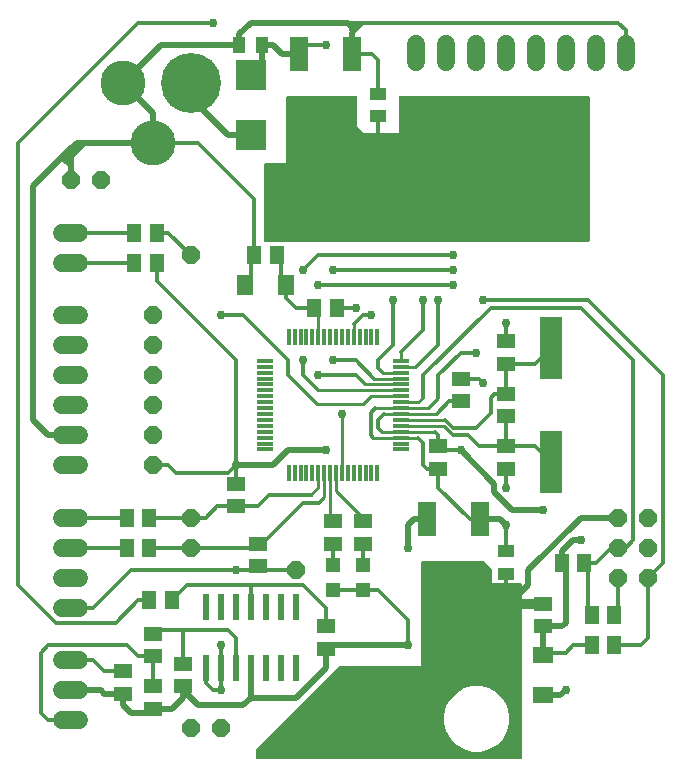
<source format=gbr>
G04 EAGLE Gerber RS-274X export*
G75*
%MOMM*%
%FSLAX34Y34*%
%LPD*%
%INTop Copper*%
%IPPOS*%
%AMOC8*
5,1,8,0,0,1.08239X$1,22.5*%
G01*
%ADD10P,1.649562X8X22.500000*%
%ADD11P,1.649562X8X112.500000*%
%ADD12R,1.500000X1.300000*%
%ADD13R,1.300000X1.500000*%
%ADD14R,0.300000X1.475000*%
%ADD15R,1.475000X0.300000*%
%ADD16R,0.600000X2.200000*%
%ADD17R,1.930400X5.334000*%
%ADD18R,4.826000X4.191000*%
%ADD19R,1.600200X2.997200*%
%ADD20R,1.117600X1.422400*%
%ADD21R,1.422400X1.117600*%
%ADD22C,3.810000*%
%ADD23C,5.080000*%
%ADD24R,2.540000X2.540000*%
%ADD25C,1.508000*%
%ADD26R,1.200000X1.200000*%
%ADD27R,1.400000X1.800000*%
%ADD28R,1.800000X1.400000*%
%ADD29C,0.508000*%
%ADD30C,0.304800*%
%ADD31C,0.756400*%
%ADD32C,0.254000*%
%ADD33C,0.812800*%

G36*
X495326Y442980D02*
X495326Y442980D01*
X495352Y442978D01*
X495499Y443000D01*
X495646Y443017D01*
X495671Y443025D01*
X495697Y443029D01*
X495835Y443084D01*
X495974Y443134D01*
X495996Y443148D01*
X496021Y443158D01*
X496142Y443243D01*
X496267Y443323D01*
X496285Y443342D01*
X496307Y443357D01*
X496406Y443467D01*
X496509Y443574D01*
X496523Y443596D01*
X496540Y443616D01*
X496612Y443746D01*
X496688Y443873D01*
X496696Y443898D01*
X496709Y443921D01*
X496749Y444064D01*
X496794Y444205D01*
X496796Y444231D01*
X496804Y444256D01*
X496823Y444500D01*
X496823Y565150D01*
X496820Y565176D01*
X496822Y565202D01*
X496800Y565349D01*
X496783Y565496D01*
X496775Y565521D01*
X496771Y565547D01*
X496716Y565685D01*
X496666Y565824D01*
X496652Y565846D01*
X496642Y565871D01*
X496557Y565992D01*
X496477Y566117D01*
X496458Y566135D01*
X496443Y566157D01*
X496333Y566256D01*
X496226Y566359D01*
X496204Y566373D01*
X496184Y566390D01*
X496054Y566462D01*
X495927Y566538D01*
X495902Y566546D01*
X495879Y566559D01*
X495736Y566599D01*
X495595Y566644D01*
X495569Y566646D01*
X495544Y566654D01*
X495300Y566673D01*
X336550Y566673D01*
X336524Y566670D01*
X336498Y566672D01*
X336351Y566650D01*
X336204Y566633D01*
X336179Y566625D01*
X336153Y566621D01*
X336015Y566566D01*
X335876Y566516D01*
X335854Y566502D01*
X335829Y566492D01*
X335708Y566407D01*
X335583Y566327D01*
X335565Y566308D01*
X335543Y566293D01*
X335444Y566183D01*
X335341Y566076D01*
X335327Y566054D01*
X335310Y566034D01*
X335238Y565904D01*
X335162Y565777D01*
X335154Y565752D01*
X335141Y565729D01*
X335101Y565586D01*
X335056Y565445D01*
X335054Y565419D01*
X335046Y565394D01*
X335027Y565150D01*
X335027Y534923D01*
X305431Y534923D01*
X299973Y540381D01*
X299973Y565150D01*
X299970Y565176D01*
X299972Y565202D01*
X299950Y565349D01*
X299933Y565496D01*
X299925Y565521D01*
X299921Y565547D01*
X299866Y565685D01*
X299816Y565824D01*
X299802Y565846D01*
X299792Y565871D01*
X299707Y565992D01*
X299627Y566117D01*
X299608Y566135D01*
X299593Y566157D01*
X299483Y566256D01*
X299376Y566359D01*
X299354Y566373D01*
X299334Y566390D01*
X299204Y566462D01*
X299077Y566538D01*
X299052Y566546D01*
X299029Y566559D01*
X298886Y566599D01*
X298745Y566644D01*
X298719Y566646D01*
X298694Y566654D01*
X298450Y566673D01*
X241300Y566673D01*
X241274Y566670D01*
X241248Y566672D01*
X241101Y566650D01*
X240954Y566633D01*
X240929Y566625D01*
X240903Y566621D01*
X240765Y566566D01*
X240626Y566516D01*
X240604Y566502D01*
X240579Y566492D01*
X240458Y566407D01*
X240333Y566327D01*
X240315Y566308D01*
X240293Y566293D01*
X240194Y566183D01*
X240091Y566076D01*
X240077Y566054D01*
X240060Y566034D01*
X239988Y565904D01*
X239912Y565777D01*
X239904Y565752D01*
X239891Y565729D01*
X239851Y565586D01*
X239806Y565445D01*
X239804Y565419D01*
X239796Y565394D01*
X239777Y565150D01*
X239777Y509523D01*
X222250Y509523D01*
X222224Y509520D01*
X222198Y509522D01*
X222051Y509500D01*
X221904Y509483D01*
X221879Y509475D01*
X221853Y509471D01*
X221715Y509416D01*
X221576Y509366D01*
X221554Y509352D01*
X221529Y509342D01*
X221408Y509257D01*
X221283Y509177D01*
X221265Y509158D01*
X221243Y509143D01*
X221144Y509033D01*
X221041Y508926D01*
X221027Y508904D01*
X221010Y508884D01*
X220938Y508754D01*
X220862Y508627D01*
X220854Y508602D01*
X220841Y508579D01*
X220801Y508436D01*
X220756Y508295D01*
X220754Y508269D01*
X220746Y508244D01*
X220727Y508000D01*
X220727Y444500D01*
X220730Y444474D01*
X220728Y444448D01*
X220750Y444301D01*
X220767Y444154D01*
X220775Y444129D01*
X220779Y444103D01*
X220834Y443965D01*
X220884Y443826D01*
X220898Y443804D01*
X220908Y443779D01*
X220993Y443658D01*
X221073Y443533D01*
X221092Y443515D01*
X221107Y443493D01*
X221217Y443394D01*
X221324Y443291D01*
X221346Y443277D01*
X221366Y443260D01*
X221496Y443188D01*
X221623Y443112D01*
X221648Y443104D01*
X221671Y443091D01*
X221814Y443051D01*
X221955Y443006D01*
X221981Y443004D01*
X222006Y442996D01*
X222250Y442977D01*
X495300Y442977D01*
X495326Y442980D01*
G37*
G36*
X438176Y4830D02*
X438176Y4830D01*
X438202Y4828D01*
X438349Y4850D01*
X438496Y4867D01*
X438521Y4875D01*
X438547Y4879D01*
X438685Y4934D01*
X438824Y4984D01*
X438846Y4998D01*
X438871Y5008D01*
X438992Y5093D01*
X439117Y5173D01*
X439135Y5192D01*
X439157Y5207D01*
X439256Y5317D01*
X439359Y5424D01*
X439373Y5446D01*
X439390Y5466D01*
X439462Y5596D01*
X439538Y5723D01*
X439546Y5748D01*
X439559Y5771D01*
X439599Y5914D01*
X439644Y6055D01*
X439646Y6081D01*
X439654Y6106D01*
X439673Y6350D01*
X439673Y152400D01*
X439670Y152426D01*
X439672Y152452D01*
X439650Y152599D01*
X439633Y152746D01*
X439625Y152771D01*
X439621Y152797D01*
X439566Y152935D01*
X439516Y153074D01*
X439502Y153096D01*
X439492Y153121D01*
X439407Y153242D01*
X439327Y153367D01*
X439308Y153385D01*
X439293Y153407D01*
X439183Y153506D01*
X439076Y153609D01*
X439054Y153623D01*
X439034Y153640D01*
X438904Y153712D01*
X438777Y153788D01*
X438752Y153796D01*
X438729Y153809D01*
X438586Y153849D01*
X438445Y153894D01*
X438419Y153896D01*
X438394Y153904D01*
X438150Y153923D01*
X414273Y153923D01*
X414273Y165100D01*
X414259Y165226D01*
X414252Y165352D01*
X414239Y165398D01*
X414233Y165446D01*
X414191Y165565D01*
X414156Y165687D01*
X414132Y165729D01*
X414116Y165774D01*
X414047Y165881D01*
X413986Y165991D01*
X413946Y166037D01*
X413927Y166067D01*
X413892Y166101D01*
X413827Y166177D01*
X407477Y172527D01*
X407378Y172606D01*
X407284Y172690D01*
X407242Y172714D01*
X407204Y172744D01*
X407090Y172798D01*
X406979Y172859D01*
X406933Y172872D01*
X406889Y172893D01*
X406766Y172919D01*
X406644Y172954D01*
X406583Y172959D01*
X406548Y172966D01*
X406500Y172965D01*
X406400Y172973D01*
X355600Y172973D01*
X355574Y172970D01*
X355548Y172972D01*
X355401Y172950D01*
X355254Y172933D01*
X355229Y172925D01*
X355203Y172921D01*
X355065Y172866D01*
X354926Y172816D01*
X354904Y172802D01*
X354879Y172792D01*
X354758Y172707D01*
X354633Y172627D01*
X354615Y172608D01*
X354593Y172593D01*
X354494Y172483D01*
X354391Y172376D01*
X354377Y172354D01*
X354360Y172334D01*
X354288Y172204D01*
X354212Y172077D01*
X354204Y172052D01*
X354191Y172029D01*
X354151Y171886D01*
X354106Y171745D01*
X354104Y171719D01*
X354096Y171694D01*
X354077Y171450D01*
X354077Y84073D01*
X285750Y84073D01*
X285624Y84059D01*
X285498Y84052D01*
X285452Y84039D01*
X285404Y84033D01*
X285285Y83991D01*
X285163Y83956D01*
X285121Y83932D01*
X285076Y83916D01*
X284969Y83847D01*
X284859Y83786D01*
X284813Y83746D01*
X284783Y83727D01*
X284749Y83692D01*
X284748Y83691D01*
X284745Y83689D01*
X284742Y83686D01*
X284673Y83627D01*
X214823Y13777D01*
X214744Y13678D01*
X214660Y13584D01*
X214636Y13542D01*
X214606Y13504D01*
X214552Y13390D01*
X214491Y13279D01*
X214478Y13233D01*
X214457Y13189D01*
X214431Y13066D01*
X214396Y12944D01*
X214392Y12883D01*
X214384Y12848D01*
X214385Y12800D01*
X214377Y12700D01*
X214377Y6350D01*
X214380Y6324D01*
X214378Y6298D01*
X214400Y6151D01*
X214417Y6004D01*
X214425Y5979D01*
X214429Y5953D01*
X214484Y5815D01*
X214534Y5676D01*
X214548Y5654D01*
X214558Y5629D01*
X214643Y5508D01*
X214723Y5383D01*
X214742Y5365D01*
X214757Y5343D01*
X214867Y5244D01*
X214974Y5141D01*
X214996Y5127D01*
X215016Y5110D01*
X215146Y5038D01*
X215273Y4962D01*
X215298Y4954D01*
X215321Y4941D01*
X215464Y4901D01*
X215605Y4856D01*
X215631Y4854D01*
X215656Y4846D01*
X215900Y4827D01*
X438150Y4827D01*
X438176Y4830D01*
G37*
%LPC*%
G36*
X397375Y11544D02*
X397375Y11544D01*
X390340Y13429D01*
X384032Y17070D01*
X378882Y22220D01*
X375241Y28528D01*
X373356Y35563D01*
X373356Y42846D01*
X375241Y49881D01*
X378882Y56189D01*
X384032Y61338D01*
X390340Y64980D01*
X397375Y66865D01*
X404658Y66865D01*
X411693Y64980D01*
X418001Y61338D01*
X423150Y56189D01*
X426792Y49881D01*
X428677Y42846D01*
X428677Y35563D01*
X426792Y28528D01*
X423150Y22220D01*
X418001Y17070D01*
X411693Y13429D01*
X404658Y11544D01*
X397375Y11544D01*
G37*
%LPD*%
D10*
X158750Y31750D03*
X184150Y31750D03*
D11*
X546100Y158750D03*
X520700Y158750D03*
X546100Y184150D03*
X520700Y184150D03*
X546100Y209550D03*
X520700Y209550D03*
D10*
X127000Y254000D03*
X127000Y381000D03*
X127000Y279400D03*
X127000Y304800D03*
X127000Y330200D03*
X127000Y355600D03*
D12*
X368300Y269850D03*
X368300Y250850D03*
D13*
X498500Y127000D03*
X517500Y127000D03*
D12*
X425450Y339750D03*
X425450Y358750D03*
X425450Y269850D03*
X425450Y250850D03*
X387350Y308000D03*
X387350Y327000D03*
D10*
X158750Y431800D03*
D14*
X241900Y247420D03*
X246900Y247420D03*
X251900Y247420D03*
X256900Y247420D03*
X261900Y247420D03*
X266900Y247420D03*
X271900Y247420D03*
X276900Y247420D03*
X281900Y247420D03*
X286900Y247420D03*
X291900Y247420D03*
X296900Y247420D03*
X301900Y247420D03*
X306900Y247420D03*
X311900Y247420D03*
X316900Y247420D03*
D15*
X336780Y267300D03*
X336780Y272300D03*
X336780Y277300D03*
X336780Y282300D03*
X336780Y287300D03*
X336780Y292300D03*
X336780Y297300D03*
X336780Y302300D03*
X336780Y307300D03*
X336780Y312300D03*
X336780Y317300D03*
X336780Y322300D03*
X336780Y327300D03*
X336780Y332300D03*
X336780Y337300D03*
X336780Y342300D03*
D14*
X316900Y362180D03*
X311900Y362180D03*
X306900Y362180D03*
X301900Y362180D03*
X296900Y362180D03*
X291900Y362180D03*
X286900Y362180D03*
X281900Y362180D03*
X276900Y362180D03*
X271900Y362180D03*
X266900Y362180D03*
X261900Y362180D03*
X256900Y362180D03*
X251900Y362180D03*
X246900Y362180D03*
X241900Y362180D03*
D15*
X222020Y342300D03*
X222020Y337300D03*
X222020Y332300D03*
X222020Y327300D03*
X222020Y322300D03*
X222020Y317300D03*
X222020Y312300D03*
X222020Y307300D03*
X222020Y302300D03*
X222020Y297300D03*
X222020Y292300D03*
X222020Y287300D03*
X222020Y282300D03*
X222020Y277300D03*
X222020Y272300D03*
X222020Y267300D03*
D16*
X234950Y133950D03*
X234950Y81950D03*
X247650Y133950D03*
X222250Y133950D03*
X209550Y133950D03*
X247650Y81950D03*
X222250Y81950D03*
X209550Y81950D03*
X184150Y133950D03*
X184150Y81950D03*
X196850Y133950D03*
X171450Y133950D03*
X196850Y81950D03*
X171450Y81950D03*
D10*
X234950Y488950D03*
X247650Y165100D03*
X57150Y495300D03*
D17*
X463550Y256540D03*
X463550Y353060D03*
D12*
X425450Y295300D03*
X425450Y314300D03*
D13*
X517500Y101600D03*
X498500Y101600D03*
X492100Y171450D03*
X473100Y171450D03*
D12*
X196850Y219100D03*
X196850Y238100D03*
D13*
X282550Y387350D03*
X263550Y387350D03*
X142850Y139700D03*
X123850Y139700D03*
X130150Y450850D03*
X111150Y450850D03*
X123800Y184150D03*
X104800Y184150D03*
X123800Y209550D03*
X104800Y209550D03*
D12*
X215900Y187300D03*
X215900Y168300D03*
D10*
X158750Y209550D03*
X158750Y184150D03*
D12*
X273050Y117450D03*
X273050Y98450D03*
X127000Y111100D03*
X127000Y92100D03*
X152400Y66700D03*
X152400Y85700D03*
X127000Y66650D03*
X127000Y47650D03*
D18*
X273050Y518922D03*
D19*
X250952Y601726D03*
X295656Y601726D03*
D20*
X219075Y609600D03*
X200025Y609600D03*
D21*
X317500Y549275D03*
X317500Y568325D03*
D22*
X101600Y577850D03*
X127000Y527050D03*
D23*
X158750Y577850D03*
D24*
X209550Y584200D03*
X209550Y533400D03*
D18*
X381000Y125222D03*
D19*
X358902Y208026D03*
X403606Y208026D03*
D21*
X425450Y161925D03*
X425450Y180975D03*
D10*
X82550Y495300D03*
D13*
X111150Y425450D03*
X130150Y425450D03*
D25*
X64690Y254000D02*
X49610Y254000D01*
X49610Y279400D02*
X64690Y279400D01*
X64690Y304800D02*
X49610Y304800D01*
X49610Y330200D02*
X64690Y330200D01*
X64690Y355600D02*
X49610Y355600D01*
X49610Y381000D02*
X64690Y381000D01*
X64690Y133350D02*
X49610Y133350D01*
X49610Y158750D02*
X64690Y158750D01*
X64690Y184150D02*
X49610Y184150D01*
X49610Y209550D02*
X64690Y209550D01*
X64690Y38100D02*
X49610Y38100D01*
X49610Y63500D02*
X64690Y63500D01*
X64690Y88900D02*
X49610Y88900D01*
X49610Y425450D02*
X64690Y425450D01*
X64690Y450850D02*
X49610Y450850D01*
X527050Y595710D02*
X527050Y610790D01*
X501650Y610790D02*
X501650Y595710D01*
X476250Y595710D02*
X476250Y610790D01*
X450850Y610790D02*
X450850Y595710D01*
X425450Y595710D02*
X425450Y610790D01*
X400050Y610790D02*
X400050Y595710D01*
X374650Y595710D02*
X374650Y610790D01*
X349250Y610790D02*
X349250Y595710D01*
D12*
X304800Y206350D03*
X304800Y187350D03*
X279400Y206350D03*
X279400Y187350D03*
D26*
X304800Y148250D03*
X304800Y169250D03*
X279400Y148250D03*
X279400Y169250D03*
D13*
X231750Y431800D03*
X212750Y431800D03*
D27*
X239250Y406400D03*
X205250Y406400D03*
D12*
X101600Y79350D03*
X101600Y60350D03*
D28*
X457200Y93200D03*
X457200Y59200D03*
D12*
X457200Y136500D03*
X457200Y117500D03*
D29*
X152400Y66700D02*
X152400Y63500D01*
X165100Y50800D01*
X82550Y63500D02*
X57150Y63500D01*
X127000Y552450D02*
X101600Y577850D01*
X127000Y552450D02*
X127000Y527050D01*
X133350Y609600D02*
X196850Y609600D01*
D30*
X200025Y609600D01*
D29*
X133350Y609600D02*
X101600Y577850D01*
X295656Y601726D02*
X295656Y619760D01*
D30*
X295656Y622300D01*
D29*
X295656Y625094D01*
X292100Y628650D01*
D30*
X295656Y601726D02*
X312674Y601726D01*
X317500Y596900D01*
X317500Y568325D01*
X425450Y374650D02*
X425450Y358750D01*
D31*
X425450Y374650D03*
D32*
X336780Y302300D02*
X315000Y302300D01*
D29*
X273050Y98450D02*
X273050Y82550D01*
D30*
X403606Y208026D02*
X406400Y208026D01*
D29*
X420624Y208026D02*
X425450Y203200D01*
X420624Y208026D02*
X406400Y208026D01*
D30*
X425450Y203200D02*
X425450Y180975D01*
X406400Y208026D02*
X406400Y210820D01*
X403606Y208026D01*
D31*
X425450Y203200D03*
X342900Y101600D03*
D29*
X273050Y101600D01*
X273050Y98450D01*
D32*
X336780Y277300D02*
X351350Y277300D01*
D30*
X355600Y273050D01*
X355600Y254000D01*
X358750Y250850D01*
X368300Y250850D01*
X395224Y208026D02*
X403606Y208026D01*
X368300Y234950D02*
X368300Y250850D01*
X368300Y234950D02*
X395224Y208026D01*
X311150Y298450D02*
X315000Y302300D01*
X311150Y279284D02*
X313134Y277300D01*
X311150Y279284D02*
X311150Y298450D01*
D32*
X313134Y277300D02*
X336780Y277300D01*
D30*
X520700Y158750D02*
X520700Y130200D01*
X517500Y127000D01*
X425450Y234950D02*
X425450Y250850D01*
D31*
X425450Y234950D03*
D30*
X527050Y622300D02*
X520700Y628650D01*
X304546Y628650D01*
X302006Y628650D01*
X295656Y622300D01*
X295656Y619760D02*
X304546Y628650D01*
X299212Y628650D02*
X292100Y628650D01*
X299212Y628650D02*
X302006Y628650D01*
X299212Y628650D02*
X295656Y625094D01*
X527050Y622300D02*
X527050Y603250D01*
X304800Y148250D02*
X279400Y148250D01*
X342900Y122850D02*
X342900Y101600D01*
X342900Y122850D02*
X317500Y148250D01*
X304800Y148250D01*
D32*
X336780Y302300D02*
X359450Y302300D01*
X368300Y311150D01*
D30*
X368300Y330200D01*
X387350Y349250D02*
X400050Y349250D01*
X387350Y349250D02*
X368300Y330200D01*
D31*
X400050Y349250D03*
D30*
X403250Y327000D02*
X387350Y327000D01*
X403250Y327000D02*
X406400Y323850D01*
D31*
X406400Y323850D03*
D29*
X127000Y527050D02*
X68580Y527050D01*
X62230Y527050D01*
X56515Y521335D01*
X53340Y518160D01*
X50165Y514985D01*
X25400Y490220D01*
X57150Y515620D02*
X57150Y520700D01*
X56515Y521335D01*
X57150Y515620D02*
X57150Y508000D01*
X57150Y515620D02*
X68580Y527050D01*
X53340Y511810D02*
X57150Y508000D01*
X53340Y511810D02*
X53340Y518160D01*
X50165Y514985D02*
X53340Y511810D01*
X25400Y292100D02*
X38100Y279400D01*
X57150Y279400D01*
X25400Y292100D02*
X25400Y490220D01*
X57150Y495300D02*
X57150Y508000D01*
X200025Y609600D02*
X200025Y619125D01*
X209550Y628650D01*
X292100Y628650D01*
X142900Y47650D02*
X127000Y47650D01*
X142900Y47650D02*
X152400Y57150D01*
X152400Y66700D01*
X203200Y50800D02*
X209550Y57150D01*
X209550Y81950D01*
X203200Y50800D02*
X165100Y50800D01*
X209550Y57150D02*
X247650Y57150D01*
X273050Y82550D01*
X101600Y60350D02*
X85700Y60350D01*
X82550Y63500D01*
X101600Y60350D02*
X101600Y50800D01*
X107950Y44450D01*
X123800Y44450D01*
X127000Y47650D01*
D31*
X476250Y63500D03*
D29*
X471950Y59200D02*
X457200Y59200D01*
X471950Y59200D02*
X476250Y63500D01*
D30*
X165100Y527050D02*
X127000Y527050D01*
X212750Y479400D02*
X212750Y431800D01*
X212750Y479400D02*
X165100Y527050D01*
X212750Y431800D02*
X212750Y428650D01*
X209550Y425450D01*
X209550Y410700D02*
X205250Y406400D01*
X209550Y410700D02*
X209550Y425450D01*
D31*
X196850Y165100D03*
X196850Y254000D03*
D30*
X215900Y168300D02*
X212700Y165100D01*
X196850Y165100D01*
X130150Y409600D02*
X130150Y425450D01*
D31*
X273050Y266700D03*
D30*
X196850Y254000D02*
X196850Y238100D01*
X368300Y269850D02*
X368300Y279400D01*
X368300Y269850D02*
X371450Y266700D01*
X387350Y266700D01*
D31*
X387350Y266700D03*
D30*
X196850Y254000D02*
X196850Y342900D01*
D32*
X322700Y297300D02*
X336780Y297300D01*
D30*
X322700Y297300D02*
X317500Y292100D01*
X317500Y285750D01*
X320950Y282300D01*
D32*
X336780Y282300D01*
D30*
X365400Y282300D02*
X368300Y279400D01*
D32*
X365400Y282300D02*
X336780Y282300D01*
D30*
X196850Y342900D02*
X130150Y409600D01*
D29*
X241300Y266700D02*
X228600Y254000D01*
X196850Y254000D01*
X241300Y266700D02*
X273050Y266700D01*
D30*
X196850Y165100D02*
X107950Y165100D01*
X76200Y133350D01*
X57150Y133350D01*
D32*
X336780Y297300D02*
X367150Y297300D01*
D30*
X377850Y308000D02*
X387350Y308000D01*
X377850Y308000D02*
X367150Y297300D01*
X247650Y165100D02*
X219100Y165100D01*
X215900Y168300D01*
D29*
X457200Y117500D02*
X457200Y93200D01*
D31*
X457200Y215900D03*
D29*
X416080Y231069D02*
X416080Y237970D01*
X387350Y266700D01*
X431249Y215900D02*
X457200Y215900D01*
X431249Y215900D02*
X416080Y231069D01*
X473100Y181000D02*
X473100Y171450D01*
X482600Y190500D02*
X488950Y190500D01*
X482600Y190500D02*
X473100Y181000D01*
X473100Y117500D02*
X457200Y117500D01*
X473100Y117500D02*
X476250Y120650D01*
X476250Y168300D01*
X473100Y171450D01*
D30*
X459250Y95250D02*
X457200Y93200D01*
X459250Y95250D02*
X476250Y95250D01*
X482600Y101600D01*
X498500Y101600D01*
D31*
X488950Y190500D03*
D30*
X139700Y254000D02*
X127000Y254000D01*
X139700Y254000D02*
X146050Y247650D01*
X190500Y247650D01*
X196850Y254000D01*
X317500Y527050D02*
X317500Y549275D01*
D31*
X342900Y184150D03*
D29*
X347726Y208026D02*
X358902Y208026D01*
X347726Y208026D02*
X342900Y203200D01*
X342900Y184150D01*
D30*
X76200Y88900D02*
X57150Y88900D01*
X85750Y79350D02*
X101600Y79350D01*
X85750Y79350D02*
X76200Y88900D01*
D31*
X406400Y393700D03*
D32*
X296900Y373100D02*
X296900Y362180D01*
D30*
X296900Y373100D02*
X304800Y381000D01*
X311150Y381000D01*
D31*
X311150Y381000D03*
D30*
X517500Y101600D02*
X539750Y101600D01*
X546100Y107950D01*
X546100Y158750D01*
X495300Y393700D02*
X406400Y393700D01*
X558800Y171450D02*
X546100Y158750D01*
X558800Y171450D02*
X558800Y330200D01*
X495300Y393700D01*
X450240Y339750D02*
X425450Y339750D01*
X450240Y339750D02*
X463550Y353060D01*
X425450Y339750D02*
X425450Y314300D01*
X415900Y314300D01*
D32*
X374450Y292300D02*
X336780Y292300D01*
D30*
X374450Y292300D02*
X381000Y285750D01*
X400050Y285750D01*
X412750Y298450D01*
X412750Y311150D01*
X415900Y314300D01*
X425450Y269850D02*
X450240Y269850D01*
X463550Y256540D01*
X425450Y269850D02*
X425450Y295300D01*
D32*
X373100Y287300D02*
X336780Y287300D01*
X373100Y287300D02*
X381000Y279400D01*
D30*
X393700Y279400D01*
X403250Y269850D02*
X425450Y269850D01*
X403250Y269850D02*
X393700Y279400D01*
X492100Y171450D02*
X495300Y171450D01*
X501650Y171450D01*
X514350Y184150D02*
X520700Y184150D01*
X514350Y184150D02*
X501650Y171450D01*
X495300Y130200D02*
X498500Y127000D01*
X495300Y130200D02*
X495300Y171450D01*
X488950Y387350D02*
X412750Y387350D01*
X520700Y184150D02*
X527050Y184150D01*
X533400Y190500D01*
X533400Y342900D01*
X488950Y387350D01*
X412750Y387350D02*
X355600Y330200D01*
X355600Y311150D01*
D32*
X351750Y307300D02*
X336780Y307300D01*
X351750Y307300D02*
X355600Y311150D01*
D30*
X266900Y317300D02*
X254000Y330200D01*
X254000Y342900D01*
D31*
X254000Y342900D03*
D32*
X266900Y317300D02*
X336780Y317300D01*
D31*
X254000Y419100D03*
D30*
X266700Y431800D01*
X381000Y431800D01*
D31*
X381000Y431800D03*
D30*
X298450Y330200D02*
X306350Y322300D01*
X298450Y330200D02*
X266700Y330200D01*
D31*
X266700Y330200D03*
D32*
X306350Y322300D02*
X336780Y322300D01*
D31*
X266700Y406400D03*
X381000Y406400D03*
D30*
X266700Y406400D01*
X298450Y342900D02*
X314050Y327300D01*
X298450Y342900D02*
X279400Y342900D01*
D31*
X279400Y342900D03*
D32*
X314050Y327300D02*
X336780Y327300D01*
D31*
X279400Y419100D03*
D30*
X381000Y419100D01*
D31*
X381000Y419100D03*
D32*
X336780Y332300D02*
X321750Y332300D01*
D30*
X317500Y336550D01*
X317500Y342900D01*
X330200Y355600D01*
X330200Y393700D01*
D31*
X330200Y393700D03*
D32*
X266900Y384000D02*
X266900Y362180D01*
D30*
X266900Y384000D02*
X263550Y387350D01*
X247650Y387350D01*
X239250Y395750D02*
X239250Y406400D01*
X239250Y395750D02*
X247650Y387350D01*
X239250Y406400D02*
X234950Y410700D01*
X234950Y431800D01*
X231750Y431800D01*
D32*
X286900Y297300D02*
X286900Y247420D01*
D30*
X139700Y450850D02*
X130150Y450850D01*
X139700Y450850D02*
X158750Y431800D01*
D31*
X286900Y297300D03*
D32*
X281900Y247420D02*
X281900Y232450D01*
D30*
X304800Y209550D02*
X304800Y206350D01*
D32*
X304800Y209550D02*
X281900Y232450D01*
X276900Y247420D02*
X276900Y208850D01*
D30*
X279400Y206350D01*
X31750Y95250D02*
X31750Y44450D01*
X38100Y38100D01*
X57150Y38100D01*
X114300Y92100D02*
X127000Y92100D01*
X127000Y66650D01*
X38100Y101600D02*
X31750Y95250D01*
X38100Y101600D02*
X104800Y101600D01*
X114300Y92100D01*
D31*
X184150Y63500D03*
D30*
X184150Y81950D01*
D31*
X184150Y101600D03*
D30*
X184150Y81950D01*
X282550Y387350D02*
X298450Y387350D01*
D31*
X298450Y387350D03*
D30*
X184150Y63500D02*
X177800Y63500D01*
X171450Y69850D01*
X171450Y81950D01*
X111150Y450850D02*
X57150Y450850D01*
X57150Y209550D02*
X104800Y209550D01*
X104800Y184150D02*
X57150Y184150D01*
X209550Y152400D02*
X254000Y152400D01*
X273050Y133350D02*
X273050Y117450D01*
X273050Y133350D02*
X254000Y152400D01*
X209550Y152400D02*
X209550Y133950D01*
X209550Y152400D02*
X155550Y152400D01*
X142850Y139700D01*
X130200Y111100D02*
X127000Y111100D01*
X190500Y114300D02*
X196850Y107950D01*
X196850Y81950D01*
X130200Y114300D02*
X127000Y111100D01*
X130200Y114300D02*
X152400Y114300D01*
X190500Y114300D01*
X152400Y114300D02*
X152400Y85700D01*
D29*
X158750Y565150D02*
X158750Y577850D01*
X190500Y533400D02*
X209550Y533400D01*
X190500Y533400D02*
X158750Y565150D01*
D30*
X111150Y425450D02*
X57150Y425450D01*
X123800Y184150D02*
X158750Y184150D01*
X254000Y222250D02*
X266700Y222250D01*
D32*
X271900Y227450D02*
X271900Y247420D01*
X271900Y227450D02*
X266700Y222250D01*
D30*
X215900Y187300D02*
X212750Y184150D01*
X158750Y184150D01*
X215900Y187300D02*
X219100Y190500D01*
X222250Y190500D01*
X254000Y222250D01*
X158750Y209550D02*
X123800Y209550D01*
D32*
X266900Y235150D02*
X266900Y247420D01*
X266900Y235150D02*
X260350Y228600D01*
D30*
X225400Y228600D02*
X215900Y219100D01*
X196850Y219100D01*
X225400Y228600D02*
X260350Y228600D01*
X171450Y209550D02*
X158750Y209550D01*
X181000Y219100D02*
X196850Y219100D01*
X181000Y219100D02*
X171450Y209550D01*
D32*
X336780Y337300D02*
X350000Y337300D01*
D30*
X368300Y355600D01*
X368300Y393700D01*
D31*
X368300Y393700D03*
D32*
X336780Y349480D02*
X336780Y342300D01*
D30*
X336780Y349480D02*
X355600Y368300D01*
X355600Y393700D01*
D31*
X355600Y393700D03*
D30*
X265550Y305950D02*
X241300Y330200D01*
D32*
X311380Y312300D02*
X336780Y312300D01*
X311380Y312300D02*
X305030Y305950D01*
X265550Y305950D01*
D30*
X241300Y330200D02*
X241300Y342900D01*
X203200Y381000D02*
X184150Y381000D01*
D31*
X184150Y381000D03*
D30*
X203200Y381000D02*
X241300Y342900D01*
D29*
X236474Y601726D02*
X250952Y601726D01*
X236474Y601726D02*
X228600Y609600D01*
X219075Y609600D01*
D30*
X123850Y139700D02*
X114300Y139700D01*
X95250Y120650D01*
X44450Y120650D01*
X12700Y152400D01*
X12700Y527050D01*
X114300Y628650D01*
X177800Y628650D01*
D31*
X177800Y628650D03*
X273050Y609600D03*
D30*
X254000Y609600D01*
X250952Y606552D01*
X250952Y601726D01*
D29*
X219075Y593725D02*
X209550Y584200D01*
X219075Y593725D02*
X219075Y609600D01*
D30*
X304800Y187350D02*
X304800Y169250D01*
X279400Y169250D02*
X279400Y187350D01*
X425450Y161925D02*
X425450Y146050D01*
D33*
X435000Y136500D02*
X457200Y136500D01*
X435000Y136500D02*
X431800Y139700D01*
D29*
X488950Y209550D02*
X520700Y209550D01*
X488950Y209550D02*
X444500Y165100D01*
X444500Y152400D01*
X431800Y139700D01*
M02*

</source>
